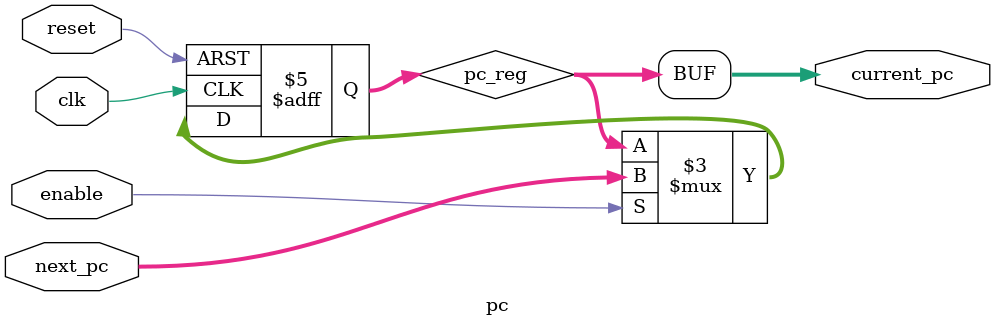
<source format=sv>
`timescale 1ns / 1ps

module pc (
    input logic clk,                // Clock signal
    input logic reset,              // Asynchronous reset
    input logic enable,       // Write enable signal
    input logic [31:0] next_pc,     // Input for the next PC value
    output logic [31:0] current_pc  // Output of the current PC value
);

    // Register to hold the PC value
    logic [31:0] pc_reg;

    // Sequential logic for updating the PC
    always_ff @(posedge clk or negedge reset) begin
        if (!reset) begin
            pc_reg <= 32'h01000000; // Reset PC to the start address of instruction memory
        end else if (enable) begin
            pc_reg <= next_pc; // Update PC with the next PC value
        end
    end

    assign current_pc = pc_reg; // Assign the current PC value to the output

endmodule

</source>
